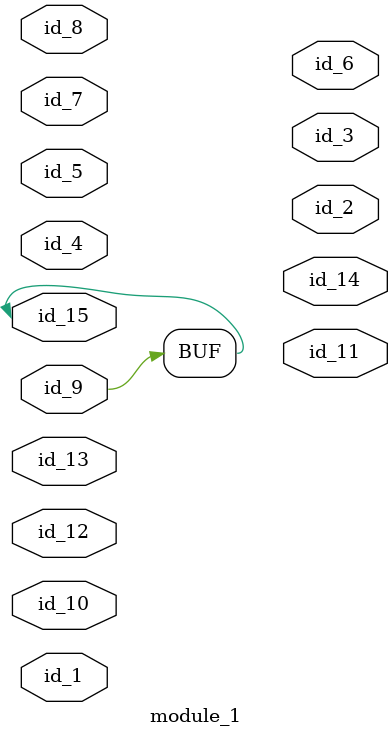
<source format=v>
module module_0;
  genvar id_1;
endmodule
module module_1 (
    id_1,
    id_2,
    id_3,
    id_4,
    id_5,
    id_6,
    id_7,
    id_8,
    id_9,
    id_10,
    id_11,
    id_12,
    id_13,
    id_14,
    id_15
);
  inout wire id_15;
  output wire id_14;
  inout wire id_13;
  input wire id_12;
  output wire id_11;
  inout wire id_10;
  input wire id_9;
  input wire id_8;
  input wire id_7;
  output wire id_6;
  inout wire id_5;
  input wire id_4;
  output wire id_3;
  output wire id_2;
  inout wire id_1;
  assign id_15 = id_9;
  wire id_16;
  wire id_17;
  ;
  module_0 modCall_1 ();
endmodule

</source>
